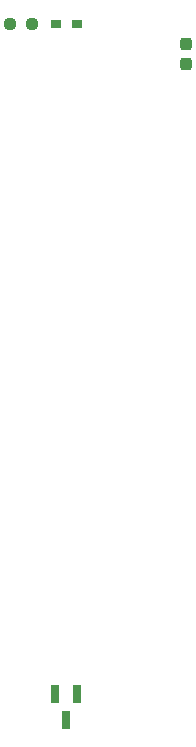
<source format=gbr>
G04 #@! TF.GenerationSoftware,KiCad,Pcbnew,8.0.4+dfsg-1*
G04 #@! TF.CreationDate,2025-02-23T15:18:41+09:00*
G04 #@! TF.ProjectId,bionic-mc146805e2,62696f6e-6963-42d6-9d63-313436383035,8*
G04 #@! TF.SameCoordinates,Original*
G04 #@! TF.FileFunction,Paste,Top*
G04 #@! TF.FilePolarity,Positive*
%FSLAX46Y46*%
G04 Gerber Fmt 4.6, Leading zero omitted, Abs format (unit mm)*
G04 Created by KiCad (PCBNEW 8.0.4+dfsg-1) date 2025-02-23 15:18:41*
%MOMM*%
%LPD*%
G01*
G04 APERTURE LIST*
G04 Aperture macros list*
%AMRoundRect*
0 Rectangle with rounded corners*
0 $1 Rounding radius*
0 $2 $3 $4 $5 $6 $7 $8 $9 X,Y pos of 4 corners*
0 Add a 4 corners polygon primitive as box body*
4,1,4,$2,$3,$4,$5,$6,$7,$8,$9,$2,$3,0*
0 Add four circle primitives for the rounded corners*
1,1,$1+$1,$2,$3*
1,1,$1+$1,$4,$5*
1,1,$1+$1,$6,$7*
1,1,$1+$1,$8,$9*
0 Add four rect primitives between the rounded corners*
20,1,$1+$1,$2,$3,$4,$5,0*
20,1,$1+$1,$4,$5,$6,$7,0*
20,1,$1+$1,$6,$7,$8,$9,0*
20,1,$1+$1,$8,$9,$2,$3,0*%
G04 Aperture macros list end*
%ADD10R,0.660400X1.625600*%
%ADD11R,0.965200X0.762000*%
%ADD12RoundRect,0.237500X0.250000X0.237500X-0.250000X0.237500X-0.250000X-0.237500X0.250000X-0.237500X0*%
%ADD13RoundRect,0.237500X0.237500X-0.300000X0.237500X0.300000X-0.237500X0.300000X-0.237500X-0.300000X0*%
G04 APERTURE END LIST*
D10*
X114650001Y-128447000D03*
X112749999Y-128447000D03*
X113700000Y-130579000D03*
D11*
X112823700Y-71651000D03*
X114576300Y-71651000D03*
D12*
X110802500Y-71651000D03*
X108977500Y-71651000D03*
D13*
X123860000Y-75078900D03*
X123860000Y-73353900D03*
M02*

</source>
